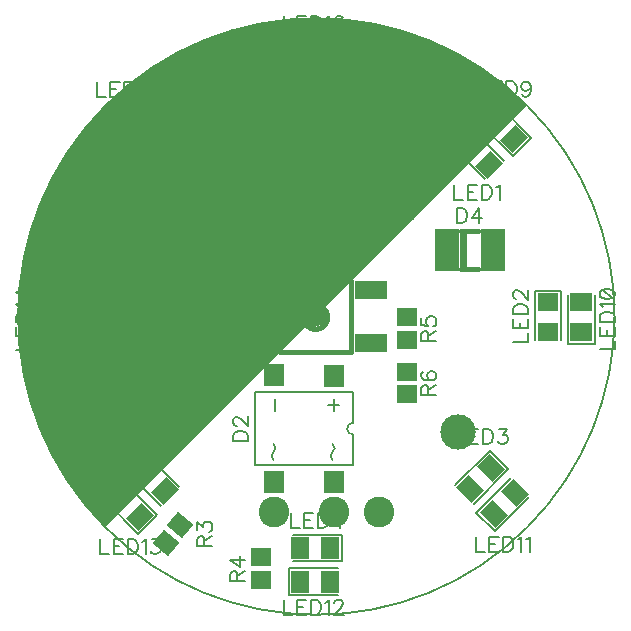
<source format=gbr>
G04 DipTrace 3.3.0.1*
G04 Plated_Through.gbr*
%MOMM*%
G04 #@! TF.FileFunction,Plated,1,2,PTH,Drill*
G04 #@! TF.Part,Single*
G04 Drill Symbols*
G04 D=0.9 - Cross*
G04 D=1.2 - X*
G04 D=2.2 - Y*
G04 D=3 - T*
%AMOUTLINE1*
4,1,4,
0.8494,-0.95053,
-0.8506,-0.94944,
-0.8494,0.95053,
0.8506,0.94944,
0.8494,-0.95053,
0*%
%AMOUTLINE2*
4,1,4,
0.64953,-0.7504,
-0.65047,-0.74956,
-0.64953,0.7504,
0.65047,0.74956,
0.64953,-0.7504,
0*%
%AMOUTLINE4*
4,1,4,
-1.16672,0.10607,
-0.10607,1.16672,
1.16672,-0.10607,
0.10607,-1.16672,
-1.16672,0.10607,
0*%
%AMOUTLINE5*
4,1,4,
-0.88388,0.10607,
-0.10607,0.88388,
0.88388,-0.10607,
0.10607,-0.88388,
-0.88388,0.10607,
0*%
%AMOUTLINE7*
4,1,4,
-0.75,0.9,
0.75,0.9,
0.75,-0.9,
-0.75,-0.9,
-0.75,0.9,
0*%
%AMOUTLINE8*
4,1,4,
-0.55,0.7,
0.55,0.7,
0.55,-0.7,
-0.55,-0.7,
-0.55,0.7,
0*%
%AMOUTLINE10*
4,1,4,
-0.10607,-1.16672,
-1.16672,-0.10607,
0.10607,1.16672,
1.16672,0.10607,
-0.10607,-1.16672,
0*%
%AMOUTLINE11*
4,1,4,
-0.10607,-0.88388,
-0.88388,-0.10607,
0.10607,0.88388,
0.88388,0.10607,
-0.10607,-0.88388,
0*%
%AMOUTLINE13*
4,1,4,
-0.90004,-0.74996,
-0.89996,0.75004,
0.90004,0.74996,
0.89996,-0.75004,
-0.90004,-0.74996,
0*%
%AMOUTLINE14*
4,1,4,
-0.70003,-0.54997,
-0.69997,0.55003,
0.70003,0.54997,
0.69997,-0.55003,
-0.70003,-0.54997,
0*%
%AMOUTLINE16*
4,1,4,
1.16672,-0.10607,
0.10607,-1.16672,
-1.16672,0.10607,
-0.10607,1.16672,
1.16672,-0.10607,
0*%
%AMOUTLINE17*
4,1,4,
0.88388,-0.10607,
0.10607,-0.88388,
-0.88388,0.10607,
-0.10607,0.88388,
0.88388,-0.10607,
0*%
%AMOUTLINE19*
4,1,4,
0.75,-0.9,
-0.75,-0.9,
-0.75,0.9,
0.75,0.9,
0.75,-0.9,
0*%
%AMOUTLINE20*
4,1,4,
0.55,-0.7,
-0.55,-0.7,
-0.55,0.7,
0.55,0.7,
0.55,-0.7,
0*%
%AMOUTLINE22*
4,1,4,
0.10607,1.16672,
1.16672,0.10607,
-0.10607,-1.16672,
-1.16672,-0.10607,
0.10607,1.16672,
0*%
%AMOUTLINE23*
4,1,4,
0.10607,0.88388,
0.88388,0.10607,
-0.10607,-0.88388,
-0.88388,-0.10607,
0.10607,0.88388,
0*%
%AMOUTLINE25*
4,1,4,
0.84988,-0.75019,
-0.85015,-0.74981,
-0.84988,0.75019,
0.85015,0.74981,
0.84988,-0.75019,
0*%
%AMOUTLINE26*
4,1,4,
0.64992,-0.55014,
-0.65012,-0.54986,
-0.64992,0.55014,
0.65012,0.54986,
0.64992,-0.55014,
0*%
%AMOUTLINE28*
4,1,4,
0.16258,-1.12185,
-1.13339,-0.02165,
-0.16258,1.12185,
1.13339,0.02165,
0.16258,-1.12185,
0*%
%AMOUTLINE29*
4,1,4,
0.13955,-0.83995,
-0.85148,0.00138,
-0.13955,0.83995,
0.85148,-0.00138,
0.13955,-0.83995,
0*%
%AMOUTLINE31*
4,1,4,
-1.13132,-0.07112,
0.07028,1.13139,
1.13132,0.07112,
-0.07028,-1.13139,
-1.13132,-0.07112,
0*%
%AMOUTLINE32*
4,1,4,
-0.84848,-0.07101,
0.07039,0.84854,
0.84848,0.07101,
-0.07039,-0.84854,
-0.84848,-0.07101,
0*%
%AMOUTLINE34*
4,1,4,
-0.6183,-0.43468,
-0.63155,0.41523,
0.6183,0.43468,
0.63155,-0.41523,
-0.6183,-0.43468,
0*%
%AMOUTLINE35*
4,1,4,
-0.42144,-0.23159,
-0.42845,0.21837,
0.42144,0.23159,
0.42845,-0.21837,
-0.42144,-0.23159,
0*%
%AMOUTLINE37*
4,1,4,
1.47592,0.59782,
1.47412,-0.60222,
-1.47592,-0.59782,
-1.47412,0.60222,
1.47592,0.59782,
0*%
%AMOUTLINE38*
4,1,4,
1.27562,0.39812,
1.27442,-0.40192,
-1.27562,-0.39812,
-1.27442,0.40192,
1.27562,0.39812,
0*%
%AMOUTLINE40*
4,1,4,
3.17925,2.87028,
3.17075,-2.87971,
-3.17925,-2.87028,
-3.17075,2.87971,
3.17925,2.87028,
0*%
%AMOUTLINE41*
4,1,4,
2.97895,2.67058,
2.97105,-2.67942,
-2.97895,-2.67058,
-2.97105,2.67942,
2.97895,2.67058,
0*%
%ADD11C,0.14*%
%ADD19O,0.39123X0.39172*%
%ADD21C,0.39165*%
%ADD23O,0.5004X0.49978*%
%ADD27C,3.0*%
%ADD28C,2.2*%
%ADD31C,2.6*%
%ADD32R,2.7X1.6*%
%ADD33R,2.3X1.2*%
%ADD34R,2.1X3.6*%
%ADD35R,1.7X3.2*%
%ADD36C,1.7*%
%ADD38R,1.5X1.7*%
%ADD39R,1.1X1.3*%
%ADD40R,1.7X1.5*%
%ADD41R,1.3X1.1*%
%ADD42R,1.8X1.5*%
%ADD43R,1.4X1.1*%
%ADD47OUTLINE1*%
%ADD48OUTLINE2*%
%ADD50OUTLINE4*%
%ADD51OUTLINE5*%
%ADD53OUTLINE7*%
%ADD54OUTLINE8*%
%ADD56OUTLINE10*%
%ADD57OUTLINE11*%
%ADD59OUTLINE13*%
%ADD60OUTLINE14*%
%ADD62OUTLINE16*%
%ADD63OUTLINE17*%
%ADD65OUTLINE19*%
%ADD66OUTLINE20*%
%ADD68OUTLINE22*%
%ADD69OUTLINE23*%
%ADD71OUTLINE25*%
%ADD72OUTLINE26*%
%ADD74OUTLINE28*%
%ADD75OUTLINE29*%
%ADD77OUTLINE31*%
%ADD78OUTLINE32*%
%ADD80OUTLINE34*%
%ADD81OUTLINE35*%
%ADD83OUTLINE37*%
%ADD84OUTLINE38*%
%ADD86OUTLINE40*%
%ADD87OUTLINE41*%
%ADD10C,0.203*%
%ADD44C,0.19608*%
%ADD45C,0.39216*%
%FSLAX35Y35*%
G04*
G71*
G90*
G75*
G01*
X0Y59700D2*
D10*
Y-59700D1*
X-59700Y0D2*
X59700D1*
X479993Y-1591127D2*
X599393Y-1710527D1*
Y-1591127D2*
X479993Y-1710527D1*
X-408913Y-1591127D2*
X-289513Y-1710527D1*
Y-1591127D2*
X-408913Y-1710527D1*
X99033Y-1591127D2*
X218433Y-1710527D1*
Y-1591127D2*
X99033Y-1710527D1*
G04 TopAssy*
%LPD*%
G04 TopSilk*
X153617Y-692243D2*
X153534Y-792112D1*
X203647Y-742124D2*
X103587Y-742017D1*
X-346351Y-691814D2*
X-346434Y-791791D1*
X-355341Y-1074273D2*
G02X-355424Y-1140425I-19456J-33051D01*
G01*
X319274Y-1252283D2*
X-512757Y-1251748D1*
X-512340Y-631657D1*
X319690Y-632192D1*
X319440Y-892196D1*
X-355424Y-1140425D2*
G03X-355424Y-1206362I24731J-32969D01*
G01*
X144626Y-1074594D2*
G02X144626Y-1140746I-19330J-33076D01*
G01*
G03X144543Y-1206790I24693J-33053D01*
G01*
X319440Y-992172D2*
X319274Y-1252283D1*
X319440Y-892196D2*
G03X319440Y-992172I-951J-49988D01*
G01*
X-2347625Y-222253D2*
X-2125375D1*
Y190509D1*
X-2347625Y-222253D2*
Y190509D1*
X-1817787Y1514370D2*
X-1660630Y1357213D1*
X-1368767Y1649076D1*
X-1817787Y1514370D2*
X-1525924Y1806233D1*
X-222253Y2363502D2*
Y2141252D1*
X190509D1*
X-222253Y2363502D2*
X190509D1*
X1671523Y1362193D2*
X1828680Y1519350D1*
X1536817Y1811213D1*
X1671523Y1362193D2*
X1379660Y1654056D1*
X2141242Y-222258D2*
X2363489D1*
X2363512Y190514D1*
X2141242Y-222258D2*
X2141264Y190514D1*
X1362193Y-1655650D2*
X1519350Y-1812807D1*
X1811213Y-1520944D1*
X1362193Y-1655650D2*
X1654056Y-1363787D1*
X-222253Y-2125375D2*
Y-2347625D1*
X190509D1*
X-222253Y-2125375D2*
X190509D1*
X-1498497Y-1833660D2*
X-1341340Y-1676503D1*
X-1633203Y-1384640D1*
X-1498497Y-1833660D2*
X-1790360Y-1541797D1*
X-1841502Y222253D2*
X-2063752D1*
Y-190509D1*
X-1841502Y222253D2*
Y-190509D1*
X-1129520Y1459703D2*
X-1286677Y1616860D1*
X-1578540Y1324997D1*
X-1129520Y1459703D2*
X-1421383Y1167840D1*
X222253Y1857375D2*
Y2079625D1*
X-190509D1*
X222253Y1857375D2*
X-190509D1*
X1302550Y1616863D2*
X1145393Y1459706D1*
X1437256Y1167843D1*
X1302550Y1616863D2*
X1594413Y1325000D1*
X2079625Y222253D2*
X1857375D1*
Y-190509D1*
X2079625Y222253D2*
Y-190509D1*
X1632737Y-1286674D2*
X1475580Y-1129517D1*
X1183717Y-1421380D1*
X1632737Y-1286674D2*
X1340874Y-1578537D1*
X222253Y-2063752D2*
Y-1841502D1*
X-190509D1*
X222253Y-2063752D2*
X-190509D1*
X-1443830Y-1145397D2*
X-1600987Y-1302554D1*
X-1309124Y-1594417D1*
X-1443830Y-1145397D2*
X-1151967Y-1437260D1*
D19*
X816451Y842984D3*
X688734Y864377D2*
X684075Y1164322D1*
X634092Y1163538D1*
X638751Y863593D1*
X688734Y864377D1*
X-640574Y453833D2*
X-639570Y1113866D1*
X-1340642Y454851D2*
X-640574Y453833D1*
X-1340642Y454851D2*
X-1340419Y474941D1*
X-1339526Y1114952D2*
X-639570Y1113866D1*
X-1339526Y1114952D2*
X-1339638Y1094930D1*
D21*
X-348619Y455835D3*
X-1089200Y141403D2*
Y271303D1*
X-724113Y1316030D2*
Y1445930D1*
X1235953Y731580D2*
X1376313D1*
X1235953Y411300D2*
X1376313D1*
X1256369D2*
Y731580D1*
X1237171Y411300D2*
Y731580D1*
X-301000Y303973D2*
X299000D1*
Y-296000D1*
X-301000D1*
Y303973D1*
X-100960Y3987D2*
X-100717Y10963D1*
X-99987Y17906D1*
X-98776Y24781D1*
X-97088Y31555D1*
X-94932Y38194D1*
X-92318Y44667D1*
X-89259Y50941D1*
X-85771Y56987D1*
X-81869Y62774D1*
X-77574Y68275D1*
X-72905Y73463D1*
X-67886Y78313D1*
X-62542Y82800D1*
X-56897Y86903D1*
X-50980Y90603D1*
X-44820Y93880D1*
X-38446Y96719D1*
X-31889Y99107D1*
X-25183Y101031D1*
X-18358Y102483D1*
X-11449Y103454D1*
X-4489Y103941D1*
X2489D1*
X9449Y103454D1*
X16358Y102483D1*
X23183Y101031D1*
X29889Y99107D1*
X36446Y96719D1*
X42820Y93880D1*
X48980Y90603D1*
X54897Y86903D1*
X60542Y82800D1*
X65886Y78313D1*
X70905Y73463D1*
X75574Y68275D1*
X79869Y62774D1*
X83771Y56987D1*
X87259Y50941D1*
X90318Y44667D1*
X92932Y38194D1*
X95088Y31555D1*
X96776Y24781D1*
X97987Y17906D1*
X98717Y10963D1*
X98960Y3987D1*
X98717Y-2990D1*
X97987Y-9933D1*
X96776Y-16808D1*
X95088Y-23581D1*
X92932Y-30221D1*
X90318Y-36693D1*
X87259Y-42968D1*
X83771Y-49014D1*
X79869Y-54801D1*
X75574Y-60302D1*
X70905Y-65490D1*
X65886Y-70339D1*
X60542Y-74827D1*
X54897Y-78930D1*
X48980Y-82629D1*
X42820Y-85907D1*
X36446Y-88746D1*
X29889Y-91134D1*
X23183Y-93058D1*
X16358Y-94509D1*
X9449Y-95481D1*
X2489Y-95968D1*
X-4489D1*
X-11449Y-95481D1*
X-18358Y-94509D1*
X-25183Y-93058D1*
X-31889Y-91134D1*
X-38446Y-88746D1*
X-44820Y-85907D1*
X-50980Y-82629D1*
X-56897Y-78930D1*
X-62542Y-74827D1*
X-67886Y-70339D1*
X-72905Y-65490D1*
X-77574Y-60302D1*
X-81869Y-54801D1*
X-85771Y-49014D1*
X-89259Y-42968D1*
X-92318Y-36693D1*
X-94932Y-30221D1*
X-97088Y-23581D1*
X-98776Y-16808D1*
X-99987Y-9933D1*
X-100717Y-2990D1*
X-100960Y3987D1*
D23*
X-545980Y119032D3*
X-698743Y-1046651D2*
D44*
X-571134D1*
X-571133Y-1004114D1*
X-577310Y-985864D1*
X-589383Y-973651D1*
X-601597Y-967614D1*
X-619707Y-961578D1*
X-650170D1*
X-668420Y-967614D1*
X-680493Y-973651D1*
X-692707Y-985864D1*
X-698743Y-1004114D1*
Y-1046651D1*
X-668280Y-916185D2*
X-674316D1*
X-686530Y-910148D1*
X-692566Y-904112D1*
X-698603Y-891899D1*
Y-867612D1*
X-692566Y-855539D1*
X-686530Y-849502D1*
X-674316Y-843325D1*
X-662243Y-843326D1*
X-650030Y-849502D1*
X-631920Y-861576D1*
X-571134Y-922362D1*
Y-837289D1*
X-2533612Y-272759D2*
X-2406002D1*
Y-199899D1*
X-2533611Y-81787D2*
Y-160683D1*
X-2406002Y-160684D1*
Y-81788D1*
X-2472825Y-160684D2*
Y-112111D1*
X-2533611Y-42572D2*
X-2406002D1*
Y-35D1*
X-2412179Y18215D1*
X-2424252Y30428D1*
X-2436465Y36465D1*
X-2454575Y42501D1*
X-2485038D1*
X-2503288Y36465D1*
X-2515361Y30428D1*
X-2527575Y18215D1*
X-2533611Y-35D1*
Y-42572D1*
X-2509185Y81717D2*
X-2515361Y93930D1*
X-2533471Y112180D1*
X-2406002D1*
Y212183D2*
X-2533471D1*
X-2448538Y151396D1*
Y242506D1*
X-1847891Y1992220D2*
Y1864610D1*
X-1775031D1*
X-1656919Y1992220D2*
X-1735815D1*
Y1864610D1*
X-1656919D1*
X-1735815Y1931433D2*
X-1687242D1*
X-1617704Y1992220D2*
Y1864610D1*
X-1575167D1*
X-1556917Y1870787D1*
X-1544704Y1882860D1*
X-1538667Y1895074D1*
X-1532631Y1913183D1*
Y1943647D1*
X-1538667Y1961897D1*
X-1544704Y1973970D1*
X-1556917Y1986183D1*
X-1575167Y1992220D1*
X-1617704D1*
X-1493415Y1967793D2*
X-1481201Y1973970D1*
X-1462951Y1992080D1*
Y1864610D1*
X-1350876Y1992080D2*
X-1411522D1*
X-1417559Y1937470D1*
X-1411522Y1943506D1*
X-1393272Y1949683D1*
X-1375163D1*
X-1356913Y1943506D1*
X-1344699Y1931433D1*
X-1338663Y1913183D1*
Y1901110D1*
X-1344699Y1882860D1*
X-1356913Y1870647D1*
X-1375163Y1864610D1*
X-1393272D1*
X-1411522Y1870647D1*
X-1417559Y1876824D1*
X-1423736Y1888897D1*
X-266652Y2549488D2*
Y2421879D1*
X-193793D1*
X-75681Y2549488D2*
X-154577D1*
Y2421879D1*
X-75681D1*
X-154577Y2488702D2*
X-106004D1*
X-36465Y2549488D2*
Y2421879D1*
X6071D1*
X24321Y2428056D1*
X36535Y2440129D1*
X42571Y2452342D1*
X48608Y2470452D1*
Y2500915D1*
X42571Y2519165D1*
X36535Y2531238D1*
X24321Y2543452D1*
X6071Y2549488D1*
X-36465D1*
X87824Y2525061D2*
X100037Y2531238D1*
X118287Y2549348D1*
Y2421879D1*
X230362Y2531238D2*
X224326Y2543311D1*
X206076Y2549348D1*
X194003D1*
X175753Y2543311D1*
X163539Y2525061D1*
X157503Y2494738D1*
Y2464415D1*
X163539Y2440129D1*
X175753Y2427915D1*
X194003Y2421879D1*
X200039D1*
X218149Y2427915D1*
X230362Y2440129D1*
X236399Y2458379D1*
Y2464415D1*
X230362Y2482665D1*
X218149Y2494738D1*
X200039Y2500775D1*
X194003D1*
X175753Y2494738D1*
X163539Y2482665D1*
X157503Y2464415D1*
X1387414Y1997200D2*
Y1869590D1*
X1460273D1*
X1578385Y1997200D2*
X1499489D1*
Y1869590D1*
X1578385D1*
X1499489Y1936413D2*
X1548062D1*
X1617601Y1997200D2*
Y1869590D1*
X1660137D1*
X1678387Y1875767D1*
X1690601Y1887840D1*
X1696637Y1900054D1*
X1702674Y1918163D1*
Y1948627D1*
X1696637Y1966877D1*
X1690601Y1978950D1*
X1678387Y1991163D1*
X1660137Y1997200D1*
X1617601D1*
X1820926Y1954663D2*
X1814749Y1936413D1*
X1802676Y1924200D1*
X1784426Y1918163D1*
X1778390D1*
X1760140Y1924200D1*
X1748067Y1936413D1*
X1741890Y1954663D1*
Y1960700D1*
X1748067Y1978950D1*
X1760140Y1991023D1*
X1778390Y1997060D1*
X1784426D1*
X1802676Y1991023D1*
X1814749Y1978950D1*
X1820926Y1954663D1*
Y1924200D1*
X1814749Y1893877D1*
X1802676Y1875627D1*
X1784426Y1869590D1*
X1772353D1*
X1754103Y1875627D1*
X1748067Y1887840D1*
X2406587Y-269740D2*
X2534196D1*
X2534197Y-196881D1*
X2406587Y-78769D2*
Y-157665D1*
X2534196D1*
Y-78769D1*
X2467373Y-157665D2*
Y-109092D1*
X2406587Y-39553D2*
X2534196Y-39554D1*
Y2983D1*
X2528019Y21233D1*
X2515946Y33446D1*
X2503733Y39483D1*
X2485623Y45520D1*
X2455160D1*
X2436910Y39483D1*
X2424837Y33446D1*
X2412623Y21233D1*
X2406587Y2983D1*
Y-39553D1*
X2431014Y84735D2*
X2424837Y96949D1*
X2406727Y115199D1*
X2534196D1*
X2406727Y190914D2*
X2412764Y172664D1*
X2431014Y160451D1*
X2461337Y154414D1*
X2479587D1*
X2509910Y160451D1*
X2528160Y172664D1*
X2534196Y190914D1*
Y202987D1*
X2528160Y221237D1*
X2509910Y233310D1*
X2479587Y239487D1*
X2461337D1*
X2431014Y233311D1*
X2412764Y221237D1*
X2406727Y202987D1*
Y190914D1*
X2431014Y233311D2*
X2509910Y160451D1*
X1359394Y-1855882D2*
Y-1983491D1*
X1432254D1*
X1550366Y-1855882D2*
X1471469D1*
Y-1983491D1*
X1550366D1*
X1471469Y-1916668D2*
X1520042D1*
X1589581Y-1855882D2*
Y-1983491D1*
X1632118D1*
X1650368Y-1977314D1*
X1662581Y-1965241D1*
X1668618Y-1953028D1*
X1674654Y-1934918D1*
Y-1904455D1*
X1668618Y-1886205D1*
X1662581Y-1874132D1*
X1650368Y-1861918D1*
X1632118Y-1855882D1*
X1589581D1*
X1713870Y-1880309D2*
X1726083Y-1874132D1*
X1744333Y-1856022D1*
Y-1983491D1*
X1783549Y-1880309D2*
X1795763Y-1874132D1*
X1814013Y-1856022D1*
Y-1983491D1*
X-269741Y-2390700D2*
Y-2518310D1*
X-196881D1*
X-78769Y-2390700D2*
X-157665D1*
Y-2518310D1*
X-78769D1*
X-157665Y-2451487D2*
X-109092D1*
X-39554Y-2390700D2*
Y-2518310D1*
X2983D1*
X21233Y-2512133D1*
X33446Y-2500060D1*
X39483Y-2487846D1*
X45519Y-2469737D1*
Y-2439273D1*
X39483Y-2421023D1*
X33446Y-2408950D1*
X21233Y-2396737D1*
X2983Y-2390700D1*
X-39554D1*
X84735Y-2415127D2*
X96949Y-2408950D1*
X115199Y-2390840D1*
Y-2518310D1*
X160591Y-2421164D2*
Y-2415127D1*
X166628Y-2402914D1*
X172664Y-2396877D1*
X184878Y-2390840D1*
X209164D1*
X221237Y-2396877D1*
X227274Y-2402914D1*
X233451Y-2415127D1*
Y-2427200D1*
X227274Y-2439414D1*
X215201Y-2457523D1*
X154414Y-2518310D1*
X239487D1*
X-1820464Y-1876735D2*
Y-2004345D1*
X-1747604D1*
X-1629493Y-1876735D2*
X-1708389D1*
Y-2004345D1*
X-1629493D1*
X-1708389Y-1937522D2*
X-1659816D1*
X-1590277Y-1876735D2*
Y-2004345D1*
X-1547740D1*
X-1529490Y-1998168D1*
X-1517277Y-1986095D1*
X-1511240Y-1973881D1*
X-1505204Y-1955772D1*
Y-1925308D1*
X-1511240Y-1907058D1*
X-1517277Y-1894985D1*
X-1529490Y-1882772D1*
X-1547740Y-1876735D1*
X-1590277D1*
X-1465988Y-1901162D2*
X-1453775Y-1894985D1*
X-1435525Y-1876875D1*
Y-2004345D1*
X-1384096Y-1876875D2*
X-1317413D1*
X-1353772Y-1925449D1*
X-1335522D1*
X-1323449Y-1931485D1*
X-1317413Y-1937522D1*
X-1311236Y-1955772D1*
Y-1967845D1*
X-1317413Y-1986095D1*
X-1329486Y-1998308D1*
X-1347736Y-2004345D1*
X-1365986D1*
X-1384096Y-1998308D1*
X-1390132Y-1992131D1*
X-1396309Y-1980058D1*
X956655Y-657399D2*
Y-602789D1*
X950478Y-584539D1*
X944442Y-578362D1*
X932369Y-572326D1*
X920155D1*
X908082Y-578362D1*
X901905Y-584539D1*
X895869Y-602789D1*
X895868Y-657399D1*
X1023478D1*
X956655Y-614862D2*
X1023478Y-572326D1*
X914119Y-460251D2*
X902045Y-466287D1*
X896009Y-484537D1*
Y-496610D1*
X902045Y-514860D1*
X920295Y-527074D1*
X950619Y-533110D1*
X980942D1*
X1005228Y-527074D1*
X1017442Y-514860D1*
X1023478Y-496610D1*
Y-490574D1*
X1017442Y-472464D1*
X1005228Y-460251D1*
X986978Y-454214D1*
X980942D1*
X962692Y-460251D1*
X950619Y-472464D1*
X944582Y-490574D1*
Y-496610D1*
X950619Y-514860D1*
X962692Y-527074D1*
X980942Y-533110D1*
X956655Y-200161D2*
Y-145551D1*
X950478Y-127301D1*
X944442Y-121124D1*
X932369Y-115088D1*
X920155D1*
X908082Y-121124D1*
X901905Y-127301D1*
X895869Y-145551D1*
X895868Y-200161D1*
X1023478D1*
X956655Y-157624D2*
X1023478Y-115088D1*
X896009Y-3012D2*
Y-63658D1*
X950619Y-69695D1*
X944582Y-63659D1*
X938405Y-45409D1*
Y-27299D1*
X944582Y-9049D1*
X956655Y3164D1*
X974905Y9201D1*
X986978D1*
X1005228Y3164D1*
X1017442Y-9049D1*
X1023478Y-27299D1*
Y-45409D1*
X1017442Y-63659D1*
X1011265Y-69695D1*
X999192Y-75872D1*
X-1798427Y-201559D2*
X-1670817D1*
Y-128700D1*
X-1798426Y-10588D2*
Y-89484D1*
X-1670817D1*
Y-10588D1*
X-1737640Y-89484D2*
Y-40911D1*
X-1798426Y28628D2*
X-1670817D1*
Y71164D1*
X-1676994Y89414D1*
X-1689067Y101628D1*
X-1701280Y107664D1*
X-1719390Y113701D1*
X-1749853D1*
X-1768103Y107664D1*
X-1780176Y101628D1*
X-1792390Y89414D1*
X-1798426Y71164D1*
Y28628D1*
X-1780176Y225776D2*
X-1792250Y219740D1*
X-1798286Y201490D1*
Y189417D1*
X-1792250Y171167D1*
X-1774000Y158953D1*
X-1743676Y152917D1*
X-1713353D1*
X-1689067Y158953D1*
X-1676853Y171167D1*
X-1670817Y189417D1*
Y195453D1*
X-1676853Y213563D1*
X-1689067Y225776D1*
X-1707317Y231813D1*
X-1713353D1*
X-1731603Y225776D1*
X-1743677Y213563D1*
X-1749713Y195453D1*
Y189417D1*
X-1743676Y171167D1*
X-1731603Y158953D1*
X-1713353Y152917D1*
X-1119716Y1802847D2*
Y1675237D1*
X-1046856D1*
X-928745Y1802847D2*
X-1007641D1*
Y1675237D1*
X-928745D1*
X-1007641Y1742060D2*
X-959068D1*
X-889529Y1802847D2*
Y1675237D1*
X-846992D1*
X-828742Y1681414D1*
X-816529Y1693487D1*
X-810492Y1705700D1*
X-804456Y1723810D1*
Y1754274D1*
X-810492Y1772524D1*
X-816529Y1784597D1*
X-828742Y1796810D1*
X-846992Y1802847D1*
X-889529D1*
X-740954Y1675237D2*
X-680167Y1802706D1*
X-765240D1*
X-204578Y1814300D2*
Y1686690D1*
X-131718D1*
X-13606Y1814300D2*
X-92502D1*
Y1686690D1*
X-13606D1*
X-92502Y1753513D2*
X-43929D1*
X25610Y1814300D2*
Y1686690D1*
X68146D1*
X86396Y1692867D1*
X98610Y1704940D1*
X104646Y1717154D1*
X110683Y1735263D1*
Y1765727D1*
X104646Y1783977D1*
X98610Y1796050D1*
X86396Y1808263D1*
X68146Y1814300D1*
X25610D1*
X180221Y1814160D2*
X162112Y1808123D1*
X155935Y1796050D1*
Y1783836D1*
X162112Y1771763D1*
X174185Y1765586D1*
X198471Y1759550D1*
X216721Y1753513D1*
X228794Y1741300D1*
X234831Y1729227D1*
Y1710977D1*
X228794Y1698904D1*
X222758Y1692727D1*
X204508Y1686690D1*
X180221D1*
X162112Y1692727D1*
X155935Y1698904D1*
X149898Y1710977D1*
Y1729227D1*
X155935Y1741300D1*
X168148Y1753513D1*
X186258Y1759550D1*
X210544Y1765586D1*
X222758Y1771763D1*
X228794Y1783836D1*
Y1796050D1*
X222758Y1808123D1*
X204508Y1814160D1*
X180221D1*
X1177434Y1124768D2*
Y997159D1*
X1250293D1*
X1368405Y1124768D2*
X1289509D1*
Y997159D1*
X1368405D1*
X1289509Y1063982D2*
X1338082D1*
X1407621Y1124768D2*
Y997159D1*
X1450157D1*
X1468407Y1003336D1*
X1480621Y1015409D1*
X1486657Y1027622D1*
X1492694Y1045732D1*
Y1076195D1*
X1486657Y1094445D1*
X1480621Y1106518D1*
X1468407Y1118732D1*
X1450157Y1124768D1*
X1407621D1*
X1531910Y1100341D2*
X1544123Y1106518D1*
X1562373Y1124628D1*
Y997159D1*
X1671388Y-204647D2*
X1798998D1*
Y-131788D1*
X1671389Y-13676D2*
Y-92572D1*
X1798998D1*
Y-13676D1*
X1732175Y-92572D2*
Y-43999D1*
X1671389Y25539D2*
X1798998D1*
Y68076D1*
X1792821Y86326D1*
X1780748Y98539D1*
X1768535Y104576D1*
X1750425Y110612D1*
X1719962D1*
X1701712Y104576D1*
X1689639Y98539D1*
X1677425Y86326D1*
X1671389Y68076D1*
Y25539D1*
X1701852Y156005D2*
X1695815D1*
X1683602Y162042D1*
X1677565Y168078D1*
X1671529Y180292D1*
Y204578D1*
X1677565Y216651D1*
X1683602Y222688D1*
X1695815Y228865D1*
X1707888D1*
X1720102Y222688D1*
X1738212Y210615D1*
X1798998Y149828D1*
Y234901D1*
X1188452Y-943530D2*
Y-1071140D1*
X1261312D1*
X1379424Y-943530D2*
X1300527D1*
Y-1071140D1*
X1379424D1*
X1300527Y-1004317D2*
X1349101D1*
X1418639Y-943530D2*
Y-1071140D1*
X1461176D1*
X1479426Y-1064963D1*
X1491639Y-1052890D1*
X1497676Y-1040676D1*
X1503712Y-1022567D1*
Y-992103D1*
X1497676Y-973853D1*
X1491639Y-961780D1*
X1479426Y-949567D1*
X1461176Y-943530D1*
X1418639D1*
X1555142Y-943670D2*
X1621824D1*
X1585465Y-992244D1*
X1603715D1*
X1615788Y-998280D1*
X1621824Y-1004317D1*
X1628001Y-1022567D1*
Y-1034640D1*
X1621824Y-1052890D1*
X1609751Y-1065103D1*
X1591501Y-1071140D1*
X1573251D1*
X1555142Y-1065103D1*
X1549105Y-1058926D1*
X1542928Y-1046853D1*
X-207666Y-1655515D2*
Y-1783125D1*
X-134806D1*
X-16695Y-1655515D2*
X-95591D1*
Y-1783125D1*
X-16695D1*
X-95591Y-1716302D2*
X-47018D1*
X22521Y-1655515D2*
Y-1783125D1*
X65058D1*
X83308Y-1776948D1*
X95521Y-1764875D1*
X101558Y-1752661D1*
X107594Y-1734552D1*
Y-1704088D1*
X101558Y-1685838D1*
X95521Y-1673765D1*
X83308Y-1661552D1*
X65058Y-1655515D1*
X22521D1*
X207596Y-1783125D2*
Y-1655655D1*
X146810Y-1740588D1*
X237919D1*
X-1596251Y-959410D2*
Y-1087020D1*
X-1523392D1*
X-1405280Y-959410D2*
X-1484176D1*
Y-1087020D1*
X-1405280D1*
X-1484176Y-1020197D2*
X-1435603D1*
X-1366064Y-959410D2*
Y-1087020D1*
X-1323527D1*
X-1305277Y-1080843D1*
X-1293064Y-1068770D1*
X-1287027Y-1056556D1*
X-1280991Y-1038447D1*
Y-1007983D1*
X-1287027Y-989733D1*
X-1293064Y-977660D1*
X-1305277Y-965447D1*
X-1323527Y-959410D1*
X-1366064D1*
X-1168916Y-959550D2*
X-1229562D1*
X-1235598Y-1014160D1*
X-1229562Y-1008124D1*
X-1211312Y-1001947D1*
X-1193202D1*
X-1174952Y-1008124D1*
X-1162739Y-1020197D1*
X-1156702Y-1038447D1*
Y-1050520D1*
X-1162739Y-1068770D1*
X-1174952Y-1080983D1*
X-1193202Y-1087020D1*
X-1211312D1*
X-1229562Y-1080983D1*
X-1235598Y-1074806D1*
X-1241775Y-1062733D1*
X-660587Y-2235196D2*
Y-2180586D1*
X-666764Y-2162336D1*
X-672800Y-2156159D1*
X-684873Y-2150123D1*
X-697087D1*
X-709160Y-2156159D1*
X-715337Y-2162336D1*
X-721373Y-2180586D1*
Y-2235196D1*
X-593764D1*
X-660587Y-2192659D2*
X-593764Y-2150123D1*
Y-2050121D2*
X-721233Y-2050120D1*
X-636300Y-2110907D1*
Y-2019797D1*
X-939895Y-1939224D2*
Y-1884614D1*
X-946072Y-1866364D1*
X-952108Y-1860187D1*
X-964181Y-1854151D1*
X-976395D1*
X-988468Y-1860187D1*
X-994645Y-1866364D1*
X-1000681Y-1884614D1*
X-1000682Y-1939224D1*
X-873072D1*
X-939895Y-1896687D2*
X-873072Y-1854151D1*
X-1000541Y-1802722D2*
Y-1736039D1*
X-951968Y-1772399D1*
Y-1754149D1*
X-945931Y-1742076D1*
X-939895Y-1736039D1*
X-921645Y-1729862D1*
X-909572D1*
X-891322Y-1736039D1*
X-879108Y-1748112D1*
X-873072Y-1766362D1*
Y-1784612D1*
X-879108Y-1802722D1*
X-885285Y-1808759D1*
X-897358Y-1814935D1*
X446204Y2168493D2*
X500814D1*
X519064Y2174670D1*
X525240Y2180707D1*
X531277Y2192780D1*
Y2204993D1*
X525240Y2217066D1*
X519064Y2223243D1*
X500814Y2229280D1*
X446204D1*
Y2101670D1*
X488740Y2168493D2*
X531277Y2101670D1*
X570493Y2204853D2*
X582706Y2211030D1*
X600956Y2229140D1*
Y2101670D1*
X930789Y2033757D2*
X985399D1*
X1003649Y2039934D1*
X1009826Y2045970D1*
X1015862Y2058043D1*
Y2070257D1*
X1009826Y2082330D1*
X1003649Y2088507D1*
X985399Y2094543D1*
X930789D1*
Y1966934D1*
X973326Y2033757D2*
X1015862Y1966934D1*
X1061255Y2064080D2*
Y2070116D1*
X1067291Y2082330D1*
X1073328Y2088366D1*
X1085541Y2094403D1*
X1109828D1*
X1121901Y2088366D1*
X1127937Y2082330D1*
X1134114Y2070116D1*
Y2058043D1*
X1127937Y2045830D1*
X1115864Y2027720D1*
X1055078Y1966934D1*
X1140151D1*
X617737Y1350308D2*
X605664Y1344412D1*
X593451Y1332199D1*
X587414Y1319985D1*
X581237Y1301735D1*
Y1271412D1*
X587414Y1253162D1*
X593451Y1241089D1*
X605664Y1228876D1*
X617737Y1222839D1*
X642024D1*
X654237Y1228876D1*
X666310Y1241089D1*
X672347Y1253162D1*
X678524Y1271412D1*
Y1301735D1*
X672347Y1319985D1*
X666310Y1332199D1*
X654237Y1344412D1*
X642024Y1350308D1*
X617737D1*
X635987Y1247126D2*
X672347Y1210626D1*
X717739Y1325881D2*
X729953Y1332058D1*
X748203Y1350168D1*
Y1222699D1*
X-1623928Y698228D2*
X-1532819D1*
X-1514569Y704264D1*
X-1502495Y716478D1*
X-1496319Y734727D1*
X-1496318Y746800D1*
X-1502495Y765050D1*
X-1514569Y777264D1*
X-1532818Y783300D1*
X-1623928Y783301D1*
X-1599501Y822516D2*
X-1605678Y834730D1*
X-1623788Y852980D1*
X-1496319Y852979D1*
X-898458Y437017D2*
X-904495Y449090D1*
X-916708Y461303D1*
X-928781Y467340D1*
X-953068D1*
X-965281Y461303D1*
X-977354Y449090D1*
X-983531Y437017D1*
X-989568Y418767D1*
Y388303D1*
X-983531Y370194D1*
X-977354Y357980D1*
X-965281Y345907D1*
X-953068Y339730D1*
X-928781D1*
X-916708Y345907D1*
X-904495Y357980D1*
X-898458Y370194D1*
X-859242Y442913D2*
X-847029Y449090D1*
X-828779Y467200D1*
Y339730D1*
X-560676Y1611644D2*
X-566713Y1623717D1*
X-578926Y1635930D1*
X-590999Y1641967D1*
X-615286D1*
X-627499Y1635930D1*
X-639572Y1623717D1*
X-645749Y1611644D1*
X-651786Y1593394D1*
Y1562930D1*
X-645749Y1544820D1*
X-639572Y1532607D1*
X-627499Y1520534D1*
X-615286Y1514357D1*
X-590999D1*
X-578926Y1520534D1*
X-566713Y1532607D1*
X-560676Y1544820D1*
X-515284Y1611503D2*
Y1617540D1*
X-509247Y1629753D1*
X-503211Y1635790D1*
X-490997Y1641826D1*
X-466711D1*
X-454637Y1635790D1*
X-448601Y1629753D1*
X-442424Y1617540D1*
Y1605467D1*
X-448601Y1593253D1*
X-460674Y1575144D1*
X-521461Y1514357D1*
X-436387D1*
X1198434Y927427D2*
Y799817D1*
X1240971D1*
X1259221Y805994D1*
X1271434Y818067D1*
X1277471Y830280D1*
X1283507Y848390D1*
Y878854D1*
X1277471Y897104D1*
X1271434Y909177D1*
X1259221Y921390D1*
X1240971Y927427D1*
X1198434D1*
X1383509Y799817D2*
Y927286D1*
X1322723Y842354D1*
X1413833D1*
X6697Y471710D2*
X-5376Y483923D1*
X-23626Y489960D1*
X-47913D1*
X-66163Y483923D1*
X-78376Y471710D1*
Y459637D1*
X-72199Y447423D1*
X-66163Y441387D1*
X-54090Y435350D1*
X-17590Y423137D1*
X-5376Y417100D1*
X660Y410923D1*
X6697Y398850D1*
Y380600D1*
X-5376Y368527D1*
X-23626Y362350D1*
X-47913D1*
X-66163Y368527D1*
X-78376Y380600D1*
X45913Y465533D2*
X58126Y471710D1*
X76376Y489820D1*
Y362350D1*
G04 TopMask*
D31*
X539693Y-1650827D3*
X-349213D3*
X158733D3*
D47*
X158750Y-492130D3*
X-351253Y-491810D3*
X-351817Y-1391810D3*
X158187Y-1392130D3*
D42*
X-2236500Y127000D3*
Y-127000D3*
D50*
X-1492250Y1682750D3*
X-1671857Y1503143D3*
D53*
X127000Y2252377D3*
X-127000D3*
D56*
X1503143Y1687730D3*
X1682750Y1508123D3*
D59*
X2252383Y127001D3*
X2252370Y-126999D3*
D50*
X1687730Y-1487270D3*
X1508123Y-1666877D3*
D53*
X127000Y-2236500D3*
X-127000D3*
D56*
X-1666877Y-1508123D3*
X-1487270Y-1687730D3*
D40*
X777793Y-650807D3*
Y-460807D3*
Y-190480D3*
Y-480D3*
D42*
X-1952627Y-127000D3*
Y127000D3*
D62*
X-1455057Y1291323D3*
X-1275450Y1470930D3*
D65*
X-127000Y1968500D3*
X127000D3*
D68*
X1470930Y1291327D3*
X1291323Y1470933D3*
D42*
X1968500Y-127000D3*
Y127000D3*
D50*
X1307200Y-1455053D3*
X1486807Y-1275447D3*
D53*
X-127000Y-1952627D3*
X127000D3*
D56*
X-1275450Y-1470933D3*
X-1455057Y-1291327D3*
D71*
X-460373Y-2222500D3*
X-460340Y-2032493D3*
D74*
X-1143000Y-1762123D3*
X-1265960Y-1906963D3*
D38*
X428580Y1968293D3*
X618580D3*
D77*
X968273Y1809560D3*
X1102667Y1675253D3*
D80*
X777876Y920750D3*
X774919Y1110727D3*
X546426Y1012163D3*
D36*
X0Y0D3*
D27*
X127000Y1508100D3*
X1206500Y-968400D3*
D28*
X-933200Y-500700D3*
D83*
X-460373Y555627D3*
X-459693Y1011623D3*
D86*
X-1130030Y784623D3*
D38*
X-984147Y206353D3*
X-794147D3*
X-619060Y1380980D3*
X-429060D3*
D34*
X1111133Y571440D3*
X1501133D3*
D32*
X-476000Y229000D3*
Y-221000D3*
X474000D3*
Y229000D3*
G04 TopPaste*
D48*
X158750Y-492130D3*
X-351253Y-491810D3*
X-351817Y-1391810D3*
X158187Y-1392130D3*
D43*
X-2236500Y127000D3*
Y-127000D3*
D51*
X-1492250Y1682750D3*
X-1671857Y1503143D3*
D54*
X127000Y2252377D3*
X-127000D3*
D57*
X1503143Y1687730D3*
X1682750Y1508123D3*
D60*
X2252383Y127001D3*
X2252370Y-126999D3*
D51*
X1687730Y-1487270D3*
X1508123Y-1666877D3*
D54*
X127000Y-2236500D3*
X-127000D3*
D57*
X-1666877Y-1508123D3*
X-1487270Y-1687730D3*
D41*
X777793Y-650807D3*
Y-460807D3*
Y-190480D3*
Y-480D3*
D43*
X-1952627Y-127000D3*
Y127000D3*
D63*
X-1455057Y1291323D3*
X-1275450Y1470930D3*
D66*
X-127000Y1968500D3*
X127000D3*
D69*
X1470930Y1291327D3*
X1291323Y1470933D3*
D43*
X1968500Y-127000D3*
Y127000D3*
D51*
X1307200Y-1455053D3*
X1486807Y-1275447D3*
D54*
X-127000Y-1952627D3*
X127000D3*
D57*
X-1275450Y-1470933D3*
X-1455057Y-1291327D3*
D72*
X-460373Y-2222500D3*
X-460340Y-2032493D3*
D75*
X-1143000Y-1762123D3*
X-1265960Y-1906963D3*
D39*
X428580Y1968293D3*
X618580D3*
D78*
X968273Y1809560D3*
X1102667Y1675253D3*
D81*
X777876Y920750D3*
X774919Y1110727D3*
X546426Y1012163D3*
D84*
X-460373Y555627D3*
X-459693Y1011623D3*
D87*
X-1130030Y784623D3*
D39*
X-984147Y206353D3*
X-794147D3*
X-619060Y1380980D3*
X-429060D3*
D35*
X1111133Y571440D3*
X1501133D3*
D33*
X-476000Y229000D3*
Y-221000D3*
X474000D3*
Y229000D3*
X-1868000Y-425615D2*
D45*
Y-595762D1*
Y-474188D2*
X-1831500Y-437688D1*
X-1807073Y-425615D1*
X-1770854D1*
X-1746427Y-437688D1*
X-1734354Y-474188D1*
Y-595762D1*
Y-474188D2*
X-1697854Y-437688D1*
X-1673427Y-425615D1*
X-1637208D1*
X-1612781Y-437688D1*
X-1600427Y-474188D1*
Y-595762D1*
X-1521996Y-498615D2*
X-1376276D1*
Y-474188D1*
X-1388349Y-449762D1*
X-1400422Y-437688D1*
X-1424849Y-425615D1*
X-1461349D1*
X-1485496Y-437688D1*
X-1509922Y-462115D1*
X-1521996Y-498615D1*
Y-522762D1*
X-1509922Y-559262D1*
X-1485496Y-583408D1*
X-1461349Y-595762D1*
X-1424849D1*
X-1400422Y-583408D1*
X-1376276Y-559262D1*
X-1297845Y-340542D2*
Y-595762D1*
X-1176272Y-425615D2*
X-1297845Y-547188D1*
X-1249272Y-498615D2*
X-1164199Y-595762D1*
G04 Top*
G04 Bottom*
D31*
X539693Y-1650827D3*
X-349213D3*
X158733D3*
D36*
X0Y0D3*
D27*
X127000Y1508100D3*
X1206500Y-968400D3*
D28*
X-933200Y-500700D3*
G04 BotPaste*
G04 BotMask*
G04 BotSilk*
X-1778000Y-1778000D2*
D11*
G03X1792890Y1792890I1785445J1785445D01*
G01*
G03X-1778000Y-1778000I-1785445J-1785445D01*
G01*
G04 BotAssy*
G36*
G03X1792890Y1792890I1785445J1785445D01*
G01*
G03X-1778000Y-1778000I-1785445J-1785445D01*
G01*
G37*
G04 BoardOutline*
G04 BoardPoly*
M02*

</source>
